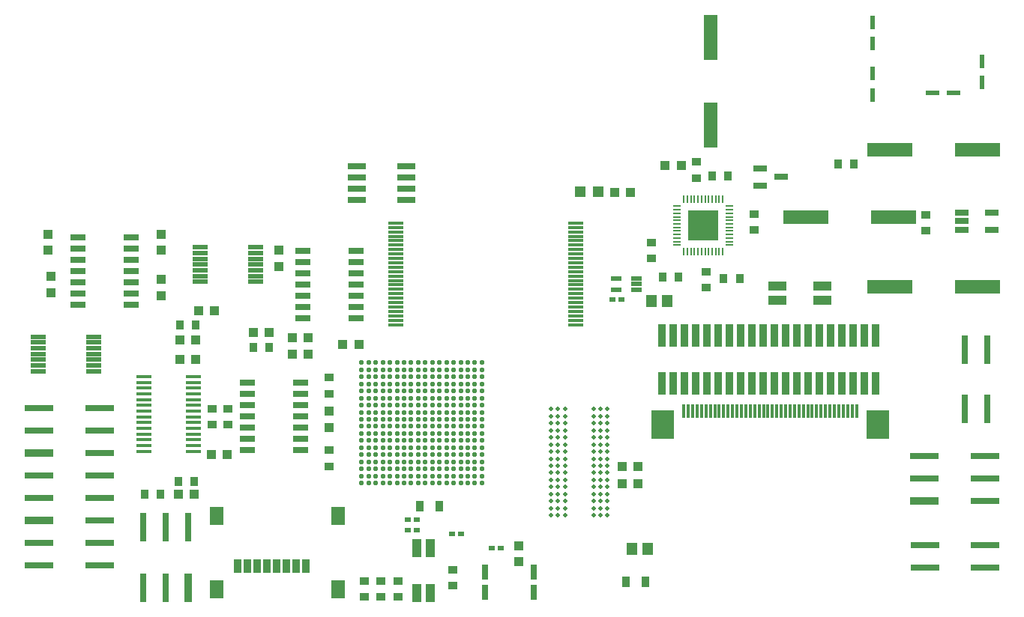
<source format=gtp>
G04 Layer_Color=8421504*
%FSLAX44Y44*%
%MOMM*%
G71*
G01*
G75*
%ADD25R,1.5000X0.6000*%
%ADD26R,1.7000X0.7000*%
%ADD27R,2.0000X0.7000*%
%ADD30R,1.5000X0.7000*%
%ADD32R,0.6000X1.5000*%
%ADD39R,3.2000X0.8000*%
%ADD40R,0.8000X3.2000*%
%ADD43R,1.2000X1.2000*%
%ADD73C,0.5000*%
%ADD113C,0.5500*%
%ADD114R,0.2900X0.9500*%
%ADD115R,0.9500X0.2900*%
%ADD116R,1.3000X0.5000*%
%ADD117R,1.8000X0.4000*%
%ADD118R,1.2430X1.3700*%
%ADD119R,0.9000X1.3000*%
%ADD120R,1.1000X1.1000*%
%ADD121R,1.1000X1.1000*%
%ADD122R,0.9000X1.1000*%
%ADD123R,0.6500X0.5500*%
%ADD124R,1.1000X0.9000*%
%ADD125R,1.8000X0.5000*%
%ADD126R,0.9000X2.6000*%
%ADD127R,1.5000X0.8000*%
%ADD128R,1.5500X2.1000*%
%ADD129R,0.9000X1.6000*%
%ADD130R,0.4000X1.6000*%
%ADD131R,2.6000X3.3000*%
%ADD132R,1.6000X5.1000*%
%ADD133R,5.1000X1.6000*%
%ADD134R,3.3000X0.9000*%
%ADD135R,0.9000X3.3000*%
%ADD136R,1.7000X0.4500*%
%ADD137R,2.1000X1.1000*%
%ADD138R,1.1000X2.1000*%
%ADD139R,0.8000X1.7000*%
G36*
X1074750Y1094250D02*
X1066750D01*
Y1095750D01*
X1074750D01*
Y1094250D01*
D02*
G37*
G36*
X1058000Y1096001D02*
X1024000Y1096000D01*
X1024000Y1130000D01*
X1058000D01*
Y1096001D01*
D02*
G37*
G36*
X1015250Y1098250D02*
X1007250D01*
Y1099750D01*
X1015250D01*
Y1098250D01*
D02*
G37*
G36*
Y1090250D02*
X1007250D01*
Y1091750D01*
X1015250D01*
Y1090250D01*
D02*
G37*
G36*
X1074750D02*
X1066750D01*
Y1091750D01*
X1074750D01*
Y1090250D01*
D02*
G37*
G36*
X1015250Y1094250D02*
X1007250D01*
Y1095750D01*
X1015250D01*
Y1094250D01*
D02*
G37*
G36*
Y1106250D02*
X1007250D01*
Y1107750D01*
X1015250D01*
Y1106250D01*
D02*
G37*
G36*
X1074750D02*
X1066750D01*
Y1107750D01*
X1074750D01*
Y1106250D01*
D02*
G37*
G36*
X1015250Y1110250D02*
X1007250D01*
Y1111750D01*
X1015250D01*
Y1110250D01*
D02*
G37*
G36*
X1074750Y1098250D02*
X1066750D01*
Y1099750D01*
X1074750D01*
Y1098250D01*
D02*
G37*
G36*
X1015250Y1102250D02*
X1007250D01*
Y1103750D01*
X1015250D01*
Y1102250D01*
D02*
G37*
G36*
X1074750D02*
X1066750D01*
Y1103750D01*
X1074750D01*
Y1102250D01*
D02*
G37*
G36*
X1031750Y1079250D02*
X1030250D01*
Y1087250D01*
X1031750D01*
Y1079250D01*
D02*
G37*
G36*
X1035750D02*
X1034250D01*
Y1087250D01*
X1035750D01*
Y1079250D01*
D02*
G37*
G36*
X1039750D02*
X1038250D01*
Y1087250D01*
X1039750D01*
Y1079250D01*
D02*
G37*
G36*
X1019750D02*
X1018250D01*
Y1087250D01*
X1019750D01*
Y1079250D01*
D02*
G37*
G36*
X1023750D02*
X1022250D01*
Y1087250D01*
X1023750D01*
Y1079250D01*
D02*
G37*
G36*
X1027750D02*
X1026250D01*
Y1087250D01*
X1027750D01*
Y1079250D01*
D02*
G37*
G36*
X1055750D02*
X1054250D01*
Y1087250D01*
X1055750D01*
Y1079250D01*
D02*
G37*
G36*
X1059750D02*
X1058250D01*
Y1087250D01*
X1059750D01*
Y1079250D01*
D02*
G37*
G36*
X1063750D02*
X1062250D01*
Y1087250D01*
X1063750D01*
Y1079250D01*
D02*
G37*
G36*
X1043750D02*
X1042250D01*
Y1087250D01*
X1043750D01*
Y1079250D01*
D02*
G37*
G36*
X1047750D02*
X1046250D01*
Y1087250D01*
X1047750D01*
Y1079250D01*
D02*
G37*
G36*
X1051750D02*
X1050250D01*
Y1087250D01*
X1051750D01*
Y1079250D01*
D02*
G37*
G36*
X1074750Y1110250D02*
X1066750D01*
Y1111750D01*
X1074750D01*
Y1110250D01*
D02*
G37*
G36*
X1031750Y1138750D02*
X1030250D01*
Y1146750D01*
X1031750D01*
Y1138750D01*
D02*
G37*
G36*
X1035750D02*
X1034250D01*
Y1146750D01*
X1035750D01*
Y1138750D01*
D02*
G37*
G36*
X1039750D02*
X1038250D01*
Y1146750D01*
X1039750D01*
Y1138750D01*
D02*
G37*
G36*
X1019750D02*
X1018250D01*
Y1146750D01*
X1019750D01*
Y1138750D01*
D02*
G37*
G36*
X1023750D02*
X1022250D01*
Y1146750D01*
X1023750D01*
Y1138750D01*
D02*
G37*
G36*
X1027750D02*
X1026250D01*
Y1146750D01*
X1027750D01*
Y1138750D01*
D02*
G37*
G36*
X1055750D02*
X1054250D01*
Y1146750D01*
X1055750D01*
Y1138750D01*
D02*
G37*
G36*
X1059750D02*
X1058250D01*
Y1146750D01*
X1059750D01*
Y1138750D01*
D02*
G37*
G36*
X1063750D02*
X1062250D01*
Y1146750D01*
X1063750D01*
Y1138750D01*
D02*
G37*
G36*
X1043750D02*
X1042250D01*
Y1146750D01*
X1043750D01*
Y1138750D01*
D02*
G37*
G36*
X1047750D02*
X1046250D01*
Y1146750D01*
X1047750D01*
Y1138750D01*
D02*
G37*
G36*
X1051750D02*
X1050250D01*
Y1146750D01*
X1051750D01*
Y1138750D01*
D02*
G37*
G36*
X1074750Y1118250D02*
X1066750D01*
Y1119750D01*
X1074750D01*
Y1118250D01*
D02*
G37*
G36*
X1015250Y1122250D02*
X1007250D01*
Y1123750D01*
X1015250D01*
Y1122250D01*
D02*
G37*
G36*
X1074750D02*
X1066750D01*
Y1123750D01*
X1074750D01*
Y1122250D01*
D02*
G37*
G36*
X1015250Y1114250D02*
X1007250D01*
Y1115750D01*
X1015250D01*
Y1114250D01*
D02*
G37*
G36*
X1074750D02*
X1066750D01*
Y1115750D01*
X1074750D01*
Y1114250D01*
D02*
G37*
G36*
X1015250Y1118250D02*
X1007250D01*
Y1119750D01*
X1015250D01*
Y1118250D01*
D02*
G37*
G36*
X1074750Y1130250D02*
X1066750D01*
Y1131750D01*
X1074750D01*
Y1130250D01*
D02*
G37*
G36*
X1015250Y1134250D02*
X1007250D01*
Y1135750D01*
X1015250D01*
Y1134250D01*
D02*
G37*
G36*
X1074750D02*
X1066750D01*
Y1135750D01*
X1074750D01*
Y1134250D01*
D02*
G37*
G36*
Y1126250D02*
X1066750D01*
Y1127750D01*
X1074750D01*
Y1126250D01*
D02*
G37*
G36*
X1015250Y1126250D02*
X1007250D01*
Y1127750D01*
X1015250D01*
Y1126250D01*
D02*
G37*
G36*
Y1130250D02*
X1007250D01*
Y1131750D01*
X1015250D01*
Y1130250D01*
D02*
G37*
D25*
X1299992Y1263000D02*
D03*
X1324008D02*
D03*
D26*
X649226Y1084100D02*
D03*
Y1071400D02*
D03*
Y1058700D02*
D03*
Y1046000D02*
D03*
Y1033300D02*
D03*
Y1020600D02*
D03*
Y1007900D02*
D03*
X588774D02*
D03*
Y1020600D02*
D03*
Y1033300D02*
D03*
Y1046000D02*
D03*
Y1058700D02*
D03*
Y1071400D02*
D03*
Y1084100D02*
D03*
X395226Y1100100D02*
D03*
Y1087400D02*
D03*
Y1074700D02*
D03*
Y1062000D02*
D03*
Y1049300D02*
D03*
Y1036600D02*
D03*
Y1023900D02*
D03*
X334774D02*
D03*
Y1036600D02*
D03*
Y1049300D02*
D03*
Y1062000D02*
D03*
Y1074700D02*
D03*
Y1087400D02*
D03*
Y1100100D02*
D03*
X525774Y935100D02*
D03*
Y922400D02*
D03*
Y909700D02*
D03*
Y897000D02*
D03*
Y884300D02*
D03*
Y871600D02*
D03*
Y858900D02*
D03*
X586226D02*
D03*
Y871600D02*
D03*
Y884300D02*
D03*
Y897000D02*
D03*
Y909700D02*
D03*
Y922400D02*
D03*
Y935100D02*
D03*
D27*
X650060Y1142300D02*
D03*
Y1155000D02*
D03*
Y1167700D02*
D03*
Y1180400D02*
D03*
X705940D02*
D03*
Y1167700D02*
D03*
Y1155000D02*
D03*
Y1142300D02*
D03*
D30*
X1128557Y1168000D02*
D03*
X1105443Y1158475D02*
D03*
Y1177525D02*
D03*
D32*
X1356000Y1299008D02*
D03*
Y1274992D02*
D03*
X1232000Y1343008D02*
D03*
Y1318992D02*
D03*
Y1285008D02*
D03*
Y1260992D02*
D03*
D39*
X359290Y754500D02*
D03*
Y729100D02*
D03*
X290710Y754500D02*
D03*
Y729100D02*
D03*
X359290Y830700D02*
D03*
Y805300D02*
D03*
Y779900D02*
D03*
X290710Y830700D02*
D03*
Y805300D02*
D03*
Y881500D02*
D03*
Y906900D02*
D03*
X359290Y856100D02*
D03*
Y881500D02*
D03*
Y906900D02*
D03*
X1359020Y751700D02*
D03*
Y726300D02*
D03*
X1291710D02*
D03*
Y751700D02*
D03*
X1359290Y852400D02*
D03*
Y827000D02*
D03*
Y801600D02*
D03*
X1290710Y852400D02*
D03*
Y827000D02*
D03*
D40*
X434000Y703710D02*
D03*
X408600D02*
D03*
X459400Y772290D02*
D03*
X434000D02*
D03*
X408600D02*
D03*
X1336300Y905710D02*
D03*
X1361700D02*
D03*
Y973020D02*
D03*
X1336300D02*
D03*
D43*
X902250Y1151250D02*
D03*
X922250D02*
D03*
D73*
X924798Y841552D02*
D03*
X932798Y785552D02*
D03*
Y793552D02*
D03*
Y801552D02*
D03*
Y809552D02*
D03*
Y817552D02*
D03*
Y825552D02*
D03*
Y833552D02*
D03*
Y841552D02*
D03*
Y849552D02*
D03*
Y857552D02*
D03*
Y865552D02*
D03*
Y873552D02*
D03*
Y881552D02*
D03*
Y889552D02*
D03*
Y897552D02*
D03*
Y905552D02*
D03*
X924798Y785552D02*
D03*
Y793552D02*
D03*
Y801552D02*
D03*
Y809552D02*
D03*
Y817552D02*
D03*
Y825552D02*
D03*
Y833552D02*
D03*
Y849552D02*
D03*
Y857552D02*
D03*
Y865552D02*
D03*
Y873552D02*
D03*
Y881552D02*
D03*
Y889552D02*
D03*
Y897552D02*
D03*
Y905552D02*
D03*
X916798Y785552D02*
D03*
Y793552D02*
D03*
Y801552D02*
D03*
Y809552D02*
D03*
Y817552D02*
D03*
Y825552D02*
D03*
Y849552D02*
D03*
Y857552D02*
D03*
Y865552D02*
D03*
Y873552D02*
D03*
Y881552D02*
D03*
Y889552D02*
D03*
Y897552D02*
D03*
Y905552D02*
D03*
X884798Y785552D02*
D03*
Y793552D02*
D03*
Y801552D02*
D03*
Y809552D02*
D03*
Y817552D02*
D03*
Y825552D02*
D03*
Y833552D02*
D03*
Y841552D02*
D03*
Y849552D02*
D03*
Y873552D02*
D03*
Y881552D02*
D03*
Y889552D02*
D03*
Y897552D02*
D03*
Y905552D02*
D03*
X876798Y785552D02*
D03*
Y793552D02*
D03*
Y801552D02*
D03*
Y809552D02*
D03*
Y817552D02*
D03*
Y825552D02*
D03*
Y833552D02*
D03*
Y841552D02*
D03*
Y849552D02*
D03*
Y857552D02*
D03*
Y865552D02*
D03*
Y873552D02*
D03*
Y881552D02*
D03*
Y889552D02*
D03*
Y897552D02*
D03*
Y905552D02*
D03*
X868798Y785552D02*
D03*
Y793552D02*
D03*
Y801552D02*
D03*
Y809552D02*
D03*
Y817552D02*
D03*
Y825552D02*
D03*
Y833552D02*
D03*
Y841552D02*
D03*
Y849552D02*
D03*
Y857552D02*
D03*
Y865552D02*
D03*
Y873552D02*
D03*
Y881552D02*
D03*
Y889552D02*
D03*
Y897552D02*
D03*
Y905552D02*
D03*
X884798Y865552D02*
D03*
Y857552D02*
D03*
X916798Y841552D02*
D03*
Y833552D02*
D03*
D113*
X791000Y822000D02*
D03*
X783000D02*
D03*
X775000D02*
D03*
X767000D02*
D03*
X759000D02*
D03*
X751000D02*
D03*
X743000D02*
D03*
X735000D02*
D03*
X727000D02*
D03*
X719000D02*
D03*
X711000D02*
D03*
X703000D02*
D03*
X695000D02*
D03*
X687000D02*
D03*
X679000D02*
D03*
X671000D02*
D03*
X663000D02*
D03*
X655000D02*
D03*
X791000Y830000D02*
D03*
X783000D02*
D03*
X775000D02*
D03*
X767000D02*
D03*
X759000D02*
D03*
X751000D02*
D03*
X743000D02*
D03*
X735000D02*
D03*
X727000D02*
D03*
X719000D02*
D03*
X711000D02*
D03*
X703000D02*
D03*
X695000D02*
D03*
X687000D02*
D03*
X679000D02*
D03*
X671000D02*
D03*
X663000D02*
D03*
X655000D02*
D03*
X791000Y838000D02*
D03*
X783000D02*
D03*
X775000D02*
D03*
X767000D02*
D03*
X759000D02*
D03*
X751000D02*
D03*
X743000D02*
D03*
X735000D02*
D03*
X727000D02*
D03*
X719000D02*
D03*
X711000D02*
D03*
X703000D02*
D03*
X695000D02*
D03*
X687000D02*
D03*
X679000D02*
D03*
X671000D02*
D03*
X663000D02*
D03*
X655000D02*
D03*
X791000Y846000D02*
D03*
X783000D02*
D03*
X775000D02*
D03*
X767000D02*
D03*
X759000D02*
D03*
X751000D02*
D03*
X743000D02*
D03*
X735000D02*
D03*
X727000D02*
D03*
X719000D02*
D03*
X711000D02*
D03*
X703000D02*
D03*
X695000D02*
D03*
X687000D02*
D03*
X679000D02*
D03*
X671000D02*
D03*
X663000D02*
D03*
X655000D02*
D03*
X791000Y854000D02*
D03*
X783000D02*
D03*
X775000D02*
D03*
X767000D02*
D03*
X759000D02*
D03*
X751000D02*
D03*
X743000D02*
D03*
X735000D02*
D03*
X727000D02*
D03*
X719000D02*
D03*
X711000D02*
D03*
X703000D02*
D03*
X695000D02*
D03*
X687000D02*
D03*
X679000D02*
D03*
X671000D02*
D03*
X663000D02*
D03*
X655000D02*
D03*
X791000Y862000D02*
D03*
X783000D02*
D03*
X775000D02*
D03*
X767000D02*
D03*
X759000D02*
D03*
X751000D02*
D03*
X743000D02*
D03*
X735000D02*
D03*
X727000D02*
D03*
X719000D02*
D03*
X711000D02*
D03*
X703000D02*
D03*
X695000D02*
D03*
X687000D02*
D03*
X679000D02*
D03*
X671000D02*
D03*
X663000D02*
D03*
X655000D02*
D03*
X791000Y870000D02*
D03*
X783000D02*
D03*
X775000D02*
D03*
X767000D02*
D03*
X759000D02*
D03*
X751000D02*
D03*
X743000D02*
D03*
X735000D02*
D03*
X727000D02*
D03*
X719000D02*
D03*
X711000D02*
D03*
X703000D02*
D03*
X695000D02*
D03*
X687000D02*
D03*
X679000D02*
D03*
X671000D02*
D03*
X663000D02*
D03*
X655000D02*
D03*
X791000Y878000D02*
D03*
X783000D02*
D03*
X775000D02*
D03*
X767000D02*
D03*
X759000D02*
D03*
X751000D02*
D03*
X743000D02*
D03*
X735000D02*
D03*
X727000D02*
D03*
X719000D02*
D03*
X711000D02*
D03*
X703000D02*
D03*
X695000D02*
D03*
X687000D02*
D03*
X679000D02*
D03*
X671000D02*
D03*
X663000D02*
D03*
X655000D02*
D03*
X791000Y886000D02*
D03*
X783000D02*
D03*
X775000D02*
D03*
X767000D02*
D03*
X759000D02*
D03*
X751000D02*
D03*
X743000D02*
D03*
X735000D02*
D03*
X727000D02*
D03*
X719000D02*
D03*
X711000D02*
D03*
X703000D02*
D03*
X695000D02*
D03*
X687000D02*
D03*
X679000D02*
D03*
X671000D02*
D03*
X663000D02*
D03*
X655000D02*
D03*
X791000Y894000D02*
D03*
X783000D02*
D03*
X775000D02*
D03*
X767000D02*
D03*
X759000D02*
D03*
X751000D02*
D03*
X743000D02*
D03*
X735000D02*
D03*
X727000D02*
D03*
X719000D02*
D03*
X711000D02*
D03*
X703000D02*
D03*
X695000D02*
D03*
X687000D02*
D03*
X679000D02*
D03*
X671000D02*
D03*
X663000D02*
D03*
X655000D02*
D03*
X791000Y902000D02*
D03*
X783000D02*
D03*
X775000D02*
D03*
X767000D02*
D03*
X759000D02*
D03*
X751000D02*
D03*
X743000D02*
D03*
X735000D02*
D03*
X727000D02*
D03*
X719000D02*
D03*
X711000D02*
D03*
X703000D02*
D03*
X695000D02*
D03*
X687000D02*
D03*
X679000D02*
D03*
X671000D02*
D03*
X663000D02*
D03*
X655000D02*
D03*
X791000Y910000D02*
D03*
X783000D02*
D03*
X775000D02*
D03*
X767000D02*
D03*
X759000D02*
D03*
X751000D02*
D03*
X743000D02*
D03*
X735000D02*
D03*
X727000D02*
D03*
X719000D02*
D03*
X711000D02*
D03*
X703000D02*
D03*
X695000D02*
D03*
X687000D02*
D03*
X679000D02*
D03*
X671000D02*
D03*
X663000D02*
D03*
X655000D02*
D03*
X791000Y918000D02*
D03*
X783000D02*
D03*
X775000D02*
D03*
X767000D02*
D03*
X759000D02*
D03*
X751000D02*
D03*
X743000D02*
D03*
X735000D02*
D03*
X727000D02*
D03*
X719000D02*
D03*
X711000D02*
D03*
X703000D02*
D03*
X695000D02*
D03*
X687000D02*
D03*
X679000D02*
D03*
X671000D02*
D03*
X663000D02*
D03*
X655000D02*
D03*
X791000Y926000D02*
D03*
X783000D02*
D03*
X775000D02*
D03*
X767000D02*
D03*
X759000D02*
D03*
X751000D02*
D03*
X743000D02*
D03*
X735000D02*
D03*
X727000D02*
D03*
X719000D02*
D03*
X711000D02*
D03*
X703000D02*
D03*
X695000D02*
D03*
X687000D02*
D03*
X679000D02*
D03*
X671000D02*
D03*
X663000D02*
D03*
X655000D02*
D03*
X791000Y934000D02*
D03*
X783000D02*
D03*
X775000D02*
D03*
X767000D02*
D03*
X759000D02*
D03*
X751000D02*
D03*
X743000D02*
D03*
X735000D02*
D03*
X727000D02*
D03*
X719000D02*
D03*
X711000D02*
D03*
X703000D02*
D03*
X695000D02*
D03*
X687000D02*
D03*
X679000D02*
D03*
X671000D02*
D03*
X663000D02*
D03*
X655000D02*
D03*
X791000Y942000D02*
D03*
X783000D02*
D03*
X775000D02*
D03*
X767000D02*
D03*
X759000D02*
D03*
X751000D02*
D03*
X743000D02*
D03*
X735000D02*
D03*
X727000D02*
D03*
X719000D02*
D03*
X711000D02*
D03*
X703000D02*
D03*
X695000D02*
D03*
X687000D02*
D03*
X679000D02*
D03*
X671000D02*
D03*
X663000D02*
D03*
X655000D02*
D03*
X791000Y950000D02*
D03*
X783000D02*
D03*
X775000D02*
D03*
X767000D02*
D03*
X759000D02*
D03*
X751000D02*
D03*
X743000D02*
D03*
X735000D02*
D03*
X727000D02*
D03*
X719000D02*
D03*
X711000D02*
D03*
X703000D02*
D03*
X695000D02*
D03*
X687000D02*
D03*
X679000D02*
D03*
X671000D02*
D03*
X663000D02*
D03*
X655000D02*
D03*
X791000Y958000D02*
D03*
X783000D02*
D03*
X775000D02*
D03*
X767000D02*
D03*
X759000D02*
D03*
X751000D02*
D03*
X743000D02*
D03*
X735000D02*
D03*
X727000D02*
D03*
X719000D02*
D03*
X711000D02*
D03*
X703000D02*
D03*
X695000D02*
D03*
X687000D02*
D03*
X679000D02*
D03*
X671000D02*
D03*
X663000D02*
D03*
X655000D02*
D03*
D114*
X1019000Y1142750D02*
D03*
X1023000D02*
D03*
X1027000D02*
D03*
X1031000D02*
D03*
X1035000D02*
D03*
X1039000D02*
D03*
X1043000D02*
D03*
X1047000D02*
D03*
X1051000D02*
D03*
X1055000D02*
D03*
X1059000D02*
D03*
X1063000D02*
D03*
Y1083250D02*
D03*
X1059000D02*
D03*
X1055000D02*
D03*
X1051000D02*
D03*
X1047000D02*
D03*
X1043000D02*
D03*
X1039000D02*
D03*
X1035000D02*
D03*
X1031000D02*
D03*
X1027000D02*
D03*
X1023000D02*
D03*
X1019000D02*
D03*
D115*
X1070750Y1135000D02*
D03*
Y1131000D02*
D03*
Y1127000D02*
D03*
Y1123000D02*
D03*
Y1119000D02*
D03*
Y1115000D02*
D03*
Y1111000D02*
D03*
Y1107000D02*
D03*
Y1103000D02*
D03*
Y1099000D02*
D03*
Y1095000D02*
D03*
Y1091000D02*
D03*
X1011250D02*
D03*
Y1095000D02*
D03*
Y1099000D02*
D03*
Y1103000D02*
D03*
Y1107000D02*
D03*
Y1111000D02*
D03*
Y1115000D02*
D03*
Y1119000D02*
D03*
Y1123000D02*
D03*
Y1127000D02*
D03*
Y1131000D02*
D03*
Y1135000D02*
D03*
D116*
X965652Y1040500D02*
D03*
Y1047000D02*
D03*
Y1053500D02*
D03*
X942348D02*
D03*
Y1040500D02*
D03*
D117*
X897000Y1001000D02*
D03*
Y1006000D02*
D03*
Y1011000D02*
D03*
Y1016000D02*
D03*
Y1021000D02*
D03*
Y1026000D02*
D03*
Y1031000D02*
D03*
Y1036000D02*
D03*
Y1041000D02*
D03*
Y1046000D02*
D03*
Y1051000D02*
D03*
Y1056000D02*
D03*
Y1061000D02*
D03*
Y1066000D02*
D03*
Y1071000D02*
D03*
Y1076000D02*
D03*
Y1081000D02*
D03*
Y1086000D02*
D03*
Y1091000D02*
D03*
Y1096000D02*
D03*
Y1101000D02*
D03*
Y1106000D02*
D03*
Y1111000D02*
D03*
Y1116000D02*
D03*
X694000Y1001000D02*
D03*
Y1006000D02*
D03*
Y1011000D02*
D03*
Y1016000D02*
D03*
Y1021000D02*
D03*
Y1026000D02*
D03*
Y1031000D02*
D03*
Y1036000D02*
D03*
Y1041000D02*
D03*
Y1046000D02*
D03*
Y1051000D02*
D03*
Y1056000D02*
D03*
Y1061000D02*
D03*
Y1066000D02*
D03*
Y1071000D02*
D03*
Y1076000D02*
D03*
Y1081000D02*
D03*
Y1086000D02*
D03*
Y1091000D02*
D03*
Y1096000D02*
D03*
Y1101000D02*
D03*
Y1106000D02*
D03*
Y1111000D02*
D03*
Y1116000D02*
D03*
D118*
X960169Y747127D02*
D03*
X977949D02*
D03*
X982669Y1028127D02*
D03*
X1000449D02*
D03*
D119*
X954000Y710127D02*
D03*
X976000D02*
D03*
X721000Y796000D02*
D03*
X743000D02*
D03*
D120*
X949300Y840500D02*
D03*
X967300D02*
D03*
X468000Y984000D02*
D03*
X450000D02*
D03*
X551000Y992000D02*
D03*
X533000D02*
D03*
X489000Y1017000D02*
D03*
X471000D02*
D03*
X1016000Y1181000D02*
D03*
X998000D02*
D03*
X503000Y854000D02*
D03*
X485000D02*
D03*
X468000Y962000D02*
D03*
X450000D02*
D03*
X595000Y986000D02*
D03*
X577000D02*
D03*
X595000Y968000D02*
D03*
X577000D02*
D03*
X466000Y809000D02*
D03*
X448000D02*
D03*
X940750Y1150500D02*
D03*
X958750D02*
D03*
X949100Y821500D02*
D03*
X967100D02*
D03*
X652000Y978750D02*
D03*
X634000D02*
D03*
D121*
X832250Y732750D02*
D03*
Y750750D02*
D03*
X429000Y1034000D02*
D03*
Y1052000D02*
D03*
X301000Y1103000D02*
D03*
Y1085000D02*
D03*
X429000Y1103000D02*
D03*
Y1085000D02*
D03*
X304500Y1037500D02*
D03*
Y1055500D02*
D03*
X562000Y1067000D02*
D03*
Y1085000D02*
D03*
X618000Y903000D02*
D03*
Y885000D02*
D03*
D122*
X450000Y1001000D02*
D03*
X468000D02*
D03*
X533000Y975000D02*
D03*
X551000D02*
D03*
X995000Y1055000D02*
D03*
X1013000D02*
D03*
X1211000Y1183000D02*
D03*
X1193000D02*
D03*
X448000Y824000D02*
D03*
X466000D02*
D03*
X410000Y809000D02*
D03*
X428000D02*
D03*
X1069000Y1169000D02*
D03*
X1051000D02*
D03*
X1064000Y1053000D02*
D03*
X1082000D02*
D03*
D123*
X706827Y780435D02*
D03*
X716987D02*
D03*
X706840Y769000D02*
D03*
X717000D02*
D03*
X767080Y764250D02*
D03*
X756920D02*
D03*
X801670Y748250D02*
D03*
X811830D02*
D03*
X938170Y1029250D02*
D03*
X948330D02*
D03*
D124*
X696000Y711000D02*
D03*
Y693000D02*
D03*
X677000Y711000D02*
D03*
Y693000D02*
D03*
X658000Y711000D02*
D03*
Y693000D02*
D03*
X982000Y1076000D02*
D03*
Y1094000D02*
D03*
X1033000Y1185000D02*
D03*
Y1167000D02*
D03*
X1292000Y1125000D02*
D03*
Y1107000D02*
D03*
X486000Y906000D02*
D03*
Y888000D02*
D03*
X504000Y906000D02*
D03*
Y888000D02*
D03*
X618000Y841000D02*
D03*
Y859000D02*
D03*
Y941000D02*
D03*
Y923000D02*
D03*
X1098000Y1108000D02*
D03*
Y1126000D02*
D03*
X1044000Y1061000D02*
D03*
Y1043000D02*
D03*
X758000Y724000D02*
D03*
Y706000D02*
D03*
D125*
X535242Y1049500D02*
D03*
Y1056000D02*
D03*
Y1062500D02*
D03*
Y1069000D02*
D03*
Y1075500D02*
D03*
Y1082000D02*
D03*
Y1088500D02*
D03*
X472758Y1088500D02*
D03*
Y1082000D02*
D03*
Y1075500D02*
D03*
Y1069000D02*
D03*
Y1062500D02*
D03*
Y1056000D02*
D03*
Y1049500D02*
D03*
X352242Y948500D02*
D03*
Y955000D02*
D03*
Y961500D02*
D03*
Y968000D02*
D03*
Y974500D02*
D03*
Y981000D02*
D03*
Y987500D02*
D03*
X289758Y987500D02*
D03*
Y981000D02*
D03*
Y974500D02*
D03*
Y968000D02*
D03*
Y961500D02*
D03*
Y955000D02*
D03*
Y948500D02*
D03*
D126*
X994600Y935000D02*
D03*
X1197800D02*
D03*
X1210500D02*
D03*
X1185100D02*
D03*
X1172400D02*
D03*
X1159700D02*
D03*
X1147000D02*
D03*
X1134300D02*
D03*
X1121600D02*
D03*
X1108900D02*
D03*
X1096200D02*
D03*
X1083500D02*
D03*
X1070800D02*
D03*
X1058100D02*
D03*
X1045400D02*
D03*
X1032700D02*
D03*
X1020000D02*
D03*
X1007300D02*
D03*
X994600Y989000D02*
D03*
X1007300D02*
D03*
X1020000D02*
D03*
X1032700D02*
D03*
X1045400D02*
D03*
X1058100D02*
D03*
X1070800D02*
D03*
X1083500D02*
D03*
X1096200D02*
D03*
X1108900D02*
D03*
X1121600D02*
D03*
X1134300D02*
D03*
X1147000D02*
D03*
X1159700D02*
D03*
X1172400D02*
D03*
X1197800D02*
D03*
X1210500D02*
D03*
X1185100D02*
D03*
X1223200Y935000D02*
D03*
Y989000D02*
D03*
X1235900D02*
D03*
Y935000D02*
D03*
D127*
X1333230Y1127500D02*
D03*
Y1118000D02*
D03*
Y1108500D02*
D03*
X1366770D02*
D03*
Y1127500D02*
D03*
D128*
X628750Y702000D02*
D03*
X491250D02*
D03*
Y785000D02*
D03*
X628750D02*
D03*
D129*
X592000Y728000D02*
D03*
X515000D02*
D03*
X581000D02*
D03*
X548000D02*
D03*
X559000D02*
D03*
X537000D02*
D03*
X526000D02*
D03*
X570000D02*
D03*
D130*
X1019000Y903000D02*
D03*
X1024000D02*
D03*
X1029000D02*
D03*
X1034000D02*
D03*
X1039000D02*
D03*
X1044000D02*
D03*
X1049000D02*
D03*
X1054000D02*
D03*
X1059000D02*
D03*
X1064000D02*
D03*
X1069000D02*
D03*
X1074000D02*
D03*
X1079000D02*
D03*
X1084000D02*
D03*
X1089000D02*
D03*
X1094000D02*
D03*
X1099000D02*
D03*
X1104000D02*
D03*
X1109000D02*
D03*
X1114000D02*
D03*
X1119000D02*
D03*
X1124000D02*
D03*
X1129000D02*
D03*
X1134000D02*
D03*
X1139000D02*
D03*
X1144000D02*
D03*
X1149000D02*
D03*
X1154000D02*
D03*
X1159000D02*
D03*
X1164000D02*
D03*
X1169000D02*
D03*
X1174000D02*
D03*
X1179000D02*
D03*
X1184000D02*
D03*
X1189000D02*
D03*
X1194000D02*
D03*
X1199000D02*
D03*
X1204000D02*
D03*
X1209000D02*
D03*
X1214000D02*
D03*
D131*
X994870Y887760D02*
D03*
X1238130D02*
D03*
D132*
X1049000Y1326060D02*
D03*
Y1227000D02*
D03*
D133*
X1350530Y1199000D02*
D03*
X1251470D02*
D03*
X1350530Y1044000D02*
D03*
X1251470D02*
D03*
X1156470Y1123000D02*
D03*
X1255530D02*
D03*
D134*
X290710Y779900D02*
D03*
Y856100D02*
D03*
X1290710Y801600D02*
D03*
D135*
X459400Y703710D02*
D03*
D136*
X409000Y890250D02*
D03*
Y877250D02*
D03*
Y864250D02*
D03*
Y857750D02*
D03*
Y870750D02*
D03*
Y883750D02*
D03*
Y942250D02*
D03*
Y929250D02*
D03*
Y916250D02*
D03*
Y903250D02*
D03*
Y896750D02*
D03*
Y909750D02*
D03*
Y922750D02*
D03*
Y935750D02*
D03*
X465000Y857750D02*
D03*
Y864250D02*
D03*
Y896750D02*
D03*
Y909750D02*
D03*
Y916250D02*
D03*
Y903250D02*
D03*
Y877250D02*
D03*
Y890250D02*
D03*
Y883750D02*
D03*
Y870750D02*
D03*
Y929250D02*
D03*
Y942250D02*
D03*
Y935750D02*
D03*
Y922750D02*
D03*
D137*
X1175400Y1029000D02*
D03*
Y1045000D02*
D03*
X1124600Y1029000D02*
D03*
Y1045000D02*
D03*
D138*
X733000Y748400D02*
D03*
X717000D02*
D03*
X733000Y697600D02*
D03*
X717000D02*
D03*
D139*
X849500Y721500D02*
D03*
X794500D02*
D03*
X849500Y698500D02*
D03*
X794500D02*
D03*
M02*

</source>
